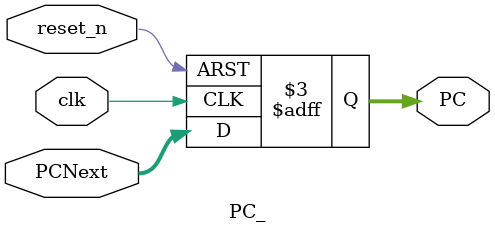
<source format=v>
module PC_ (
     input clk,reset_n,
     input[31:0] PCNext ,
     output reg [31:0]PC);

     always@(posedge clk,negedge reset_n)
       begin
         if (reset_n==0)
                PC<=32'b0 ;
         else 
                PC<=PCNext ;
       end
endmodule

</source>
